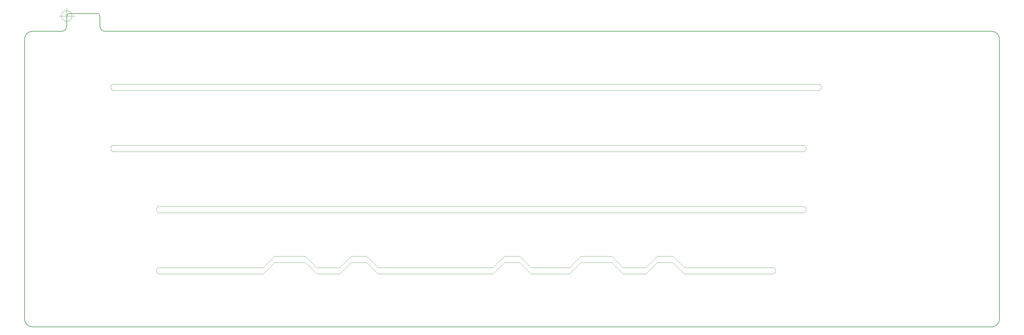
<source format=gbr>
G04 #@! TF.GenerationSoftware,KiCad,Pcbnew,(5.1.10)-1*
G04 #@! TF.CreationDate,2021-11-07T22:26:58+07:00*
G04 #@! TF.ProjectId,averange65,61766572-616e-4676-9536-352e6b696361,rev?*
G04 #@! TF.SameCoordinates,Original*
G04 #@! TF.FileFunction,Profile,NP*
%FSLAX46Y46*%
G04 Gerber Fmt 4.6, Leading zero omitted, Abs format (unit mm)*
G04 Created by KiCad (PCBNEW (5.1.10)-1) date 2021-11-07 22:26:58*
%MOMM*%
%LPD*%
G01*
G04 APERTURE LIST*
G04 #@! TA.AperFunction,Profile*
%ADD10C,0.050000*%
G04 #@! TD*
G04 #@! TA.AperFunction,Profile*
%ADD11C,0.100000*%
G04 #@! TD*
G04 #@! TA.AperFunction,Profile*
%ADD12C,0.150000*%
G04 #@! TD*
G04 APERTURE END LIST*
D10*
X1666666Y0D02*
G75*
G03*
X1666666Y0I-1666666J0D01*
G01*
X-2500000Y0D02*
X2500000Y0D01*
X0Y2500000D02*
X0Y-2500000D01*
D11*
X159932541Y-76825853D02*
X169458289Y-76825853D01*
X140882513Y-74825905D02*
X136119993Y-74825905D01*
X140882513Y-76825905D02*
X136120021Y-76825905D01*
X132548103Y-78397795D02*
X96829363Y-78397795D01*
X132548103Y-80397795D02*
X96829363Y-80397795D01*
X93257473Y-76825905D02*
X88494953Y-76825905D01*
X93257473Y-74825905D02*
X88494953Y-74825905D01*
X77779779Y-78397743D02*
X84923063Y-78397795D01*
X77779779Y-80397743D02*
X84923063Y-80397795D01*
X93257473Y-76825905D02*
X96829363Y-80397795D01*
X136119993Y-76825905D02*
X132548103Y-80397795D01*
X88494953Y-76825905D02*
X84923063Y-80397795D01*
X136119993Y-74825905D02*
X132548103Y-78397795D01*
X140882513Y-74825905D02*
X144454403Y-78397795D01*
X88494953Y-74825905D02*
X84923063Y-78397795D01*
X93257473Y-74825905D02*
X96829363Y-78397795D01*
X140882513Y-76825905D02*
X144454403Y-80397795D01*
X61110959Y-80397743D02*
X28963949Y-80397743D01*
X28963949Y-78397743D02*
X61110959Y-78397743D01*
X144454403Y-78397795D02*
X156360651Y-78397743D01*
X156360651Y-80397743D02*
X144454403Y-80397795D01*
X173030179Y-80397743D02*
X180173959Y-80397743D01*
X173030179Y-78397743D02*
X180173959Y-78397743D01*
X219463993Y-80396883D02*
X192080259Y-80397743D01*
X192080259Y-78397743D02*
X219463993Y-78396883D01*
D12*
X287750666Y-4778439D02*
X11890240Y-4778307D01*
X-1565439Y-4778231D02*
X-10738031Y-4778490D01*
X287750666Y-4778439D02*
G75*
G02*
X290115993Y-7143764I-15873J-2381200D01*
G01*
X0Y0D02*
G75*
G02*
X777717Y777718I793592J-15874D01*
G01*
X-13097008Y-7143766D02*
G75*
G02*
X-13097061Y-7175516I-53J-15875D01*
G01*
X-237Y-3206759D02*
G75*
G02*
X-1565439Y-4778231I-1587424J15875D01*
G01*
X-13097008Y-7143767D02*
G75*
G02*
X-10738031Y-4778490I2381200J-15872D01*
G01*
X-13097061Y-7175516D02*
X-13097061Y-94456442D01*
X10318689Y-3206759D02*
X10318451Y1D01*
X0Y0D02*
X-238Y-3206759D01*
X290115993Y-94488191D02*
G75*
G02*
X287750666Y-96853516I-2381200J15875D01*
G01*
X11890240Y-4778307D02*
G75*
G02*
X10318689Y-3206759I15872J1587423D01*
G01*
X290115993Y-94488191D02*
X290115993Y-7143764D01*
X-10731681Y-96853569D02*
X287750666Y-96853516D01*
X-10731681Y-96853569D02*
G75*
G02*
X-13097061Y-94456442I15873J2381253D01*
G01*
X9540733Y777718D02*
X777717Y777718D01*
X9540733Y777718D02*
G75*
G02*
X10318451Y1I-15874J-793592D01*
G01*
D11*
X14676149Y-23247223D02*
G75*
G02*
X14676149Y-21247223I0J1000000D01*
G01*
X219463993Y-78396883D02*
G75*
G02*
X219463993Y-80396883I0J-1000000D01*
G01*
X28963949Y-80397743D02*
G75*
G02*
X28963949Y-78397743I0J1000000D01*
G01*
X188508369Y-76825853D02*
X192080259Y-80397743D01*
X169458289Y-76825853D02*
X173030179Y-80397743D01*
X74207889Y-76825853D02*
X77779779Y-80397743D01*
X180173959Y-80397743D02*
X183745849Y-76825853D01*
X156360651Y-80397743D02*
X159932541Y-76825853D01*
X64682849Y-76825853D02*
X74207889Y-76825853D01*
X183745849Y-76825853D02*
X188508369Y-76825853D01*
X61110959Y-80397743D02*
X64682849Y-76825853D01*
X188508369Y-74825853D02*
X192080259Y-78397743D01*
X169458289Y-74825853D02*
X173030179Y-78397743D01*
X74207889Y-74825853D02*
X77779779Y-78397743D01*
X180173959Y-78397743D02*
X183745849Y-74825853D01*
X156360651Y-78397743D02*
X159932541Y-74825853D01*
X64682849Y-74825853D02*
X74207889Y-74825853D01*
X183745849Y-74825853D02*
X188508369Y-74825853D01*
X159932541Y-74825853D02*
X169458289Y-74825853D01*
X61110959Y-78397743D02*
X64682849Y-74825853D01*
X28963949Y-61347223D02*
G75*
G02*
X28963949Y-59347223I0J1000000D01*
G01*
X228989733Y-61347223D02*
X28963949Y-61347223D01*
X228989733Y-59347223D02*
X28963949Y-59347223D01*
X228989733Y-59347223D02*
G75*
G02*
X228989733Y-61347223I0J-1000000D01*
G01*
X228989789Y-42297223D02*
X14676149Y-42297223D01*
X228989789Y-40297223D02*
G75*
G02*
X228989789Y-42297223I0J-1000000D01*
G01*
X14676149Y-42297223D02*
G75*
G02*
X14676149Y-40297223I0J1000000D01*
G01*
X228989789Y-40297223D02*
X14676149Y-40297223D01*
X233751333Y-21247223D02*
X14676149Y-21247223D01*
X233751333Y-21247223D02*
G75*
G02*
X233751333Y-23247223I0J-1000000D01*
G01*
X233751333Y-23247223D02*
X14676149Y-23247223D01*
M02*

</source>
